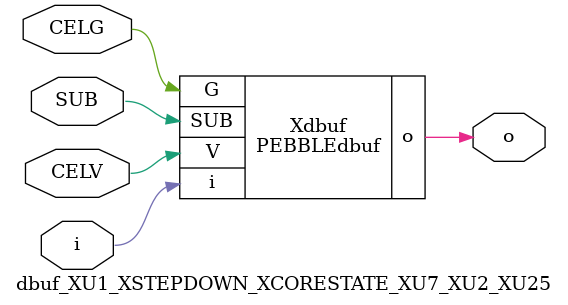
<source format=v>



module PEBBLEdbuf ( o, G, SUB, V, i );

  input V;
  input i;
  input G;
  output o;
  input SUB;
endmodule

//Celera Confidential Do Not Copy dbuf_XU1_XSTEPDOWN_XCORESTATE_XU7_XU2_XU25
//Celera Confidential Symbol Generator
//Digital Buffer
module dbuf_XU1_XSTEPDOWN_XCORESTATE_XU7_XU2_XU25 (CELV,CELG,i,o,SUB);
input CELV;
input CELG;
input i;
input SUB;
output o;

//Celera Confidential Do Not Copy dbuf
PEBBLEdbuf Xdbuf(
.V (CELV),
.i (i),
.o (o),
.SUB (SUB),
.G (CELG)
);
//,diesize,PEBBLEdbuf

//Celera Confidential Do Not Copy Module End
//Celera Schematic Generator
endmodule

</source>
